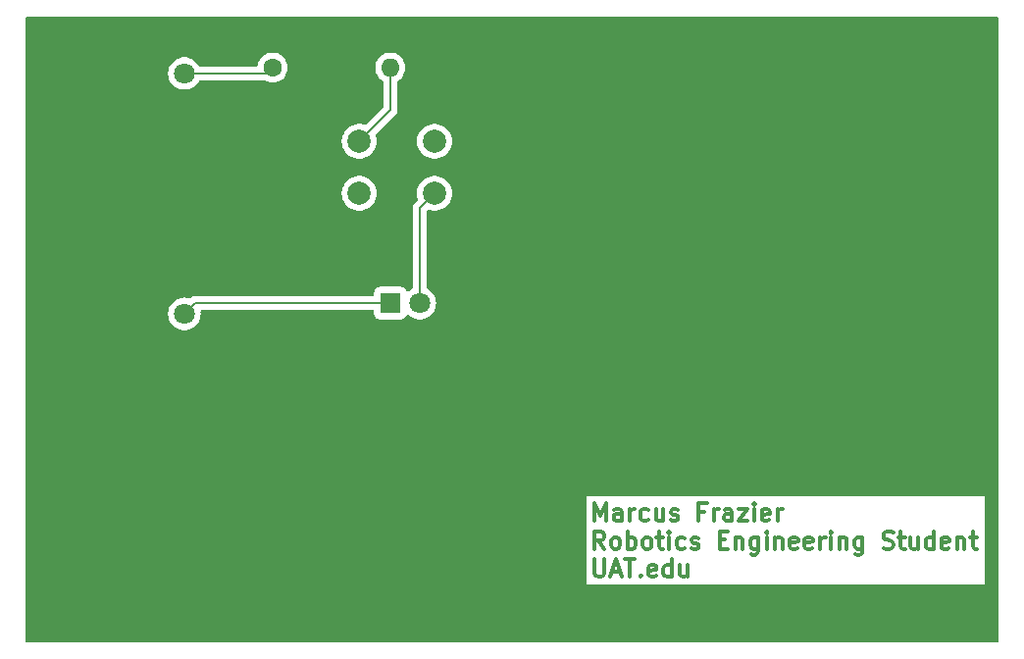
<source format=gbr>
%TF.GenerationSoftware,KiCad,Pcbnew,8.0.1*%
%TF.CreationDate,2025-10-14T16:00:41-07:00*%
%TF.ProjectId,BusinessCardPCB,42757369-6e65-4737-9343-617264504342,rev?*%
%TF.SameCoordinates,Original*%
%TF.FileFunction,Copper,L1,Top*%
%TF.FilePolarity,Positive*%
%FSLAX46Y46*%
G04 Gerber Fmt 4.6, Leading zero omitted, Abs format (unit mm)*
G04 Created by KiCad (PCBNEW 8.0.1) date 2025-10-14 16:00:41*
%MOMM*%
%LPD*%
G01*
G04 APERTURE LIST*
%ADD10C,0.300000*%
%TA.AperFunction,NonConductor*%
%ADD11C,0.300000*%
%TD*%
%TA.AperFunction,ComponentPad*%
%ADD12C,1.600000*%
%TD*%
%TA.AperFunction,ComponentPad*%
%ADD13O,1.600000X1.600000*%
%TD*%
%TA.AperFunction,ComponentPad*%
%ADD14R,1.800000X1.800000*%
%TD*%
%TA.AperFunction,ComponentPad*%
%ADD15C,1.800000*%
%TD*%
%TA.AperFunction,ComponentPad*%
%ADD16C,2.000000*%
%TD*%
%TA.AperFunction,Conductor*%
%ADD17C,0.200000*%
%TD*%
G04 APERTURE END LIST*
D10*
D11*
X99614510Y-94030996D02*
X99614510Y-92530996D01*
X99614510Y-92530996D02*
X100114510Y-93602425D01*
X100114510Y-93602425D02*
X100614510Y-92530996D01*
X100614510Y-92530996D02*
X100614510Y-94030996D01*
X101971654Y-94030996D02*
X101971654Y-93245282D01*
X101971654Y-93245282D02*
X101900225Y-93102425D01*
X101900225Y-93102425D02*
X101757368Y-93030996D01*
X101757368Y-93030996D02*
X101471654Y-93030996D01*
X101471654Y-93030996D02*
X101328796Y-93102425D01*
X101971654Y-93959568D02*
X101828796Y-94030996D01*
X101828796Y-94030996D02*
X101471654Y-94030996D01*
X101471654Y-94030996D02*
X101328796Y-93959568D01*
X101328796Y-93959568D02*
X101257368Y-93816710D01*
X101257368Y-93816710D02*
X101257368Y-93673853D01*
X101257368Y-93673853D02*
X101328796Y-93530996D01*
X101328796Y-93530996D02*
X101471654Y-93459568D01*
X101471654Y-93459568D02*
X101828796Y-93459568D01*
X101828796Y-93459568D02*
X101971654Y-93388139D01*
X102685939Y-94030996D02*
X102685939Y-93030996D01*
X102685939Y-93316710D02*
X102757368Y-93173853D01*
X102757368Y-93173853D02*
X102828797Y-93102425D01*
X102828797Y-93102425D02*
X102971654Y-93030996D01*
X102971654Y-93030996D02*
X103114511Y-93030996D01*
X104257368Y-93959568D02*
X104114510Y-94030996D01*
X104114510Y-94030996D02*
X103828796Y-94030996D01*
X103828796Y-94030996D02*
X103685939Y-93959568D01*
X103685939Y-93959568D02*
X103614510Y-93888139D01*
X103614510Y-93888139D02*
X103543082Y-93745282D01*
X103543082Y-93745282D02*
X103543082Y-93316710D01*
X103543082Y-93316710D02*
X103614510Y-93173853D01*
X103614510Y-93173853D02*
X103685939Y-93102425D01*
X103685939Y-93102425D02*
X103828796Y-93030996D01*
X103828796Y-93030996D02*
X104114510Y-93030996D01*
X104114510Y-93030996D02*
X104257368Y-93102425D01*
X105543082Y-93030996D02*
X105543082Y-94030996D01*
X104900224Y-93030996D02*
X104900224Y-93816710D01*
X104900224Y-93816710D02*
X104971653Y-93959568D01*
X104971653Y-93959568D02*
X105114510Y-94030996D01*
X105114510Y-94030996D02*
X105328796Y-94030996D01*
X105328796Y-94030996D02*
X105471653Y-93959568D01*
X105471653Y-93959568D02*
X105543082Y-93888139D01*
X106185939Y-93959568D02*
X106328796Y-94030996D01*
X106328796Y-94030996D02*
X106614510Y-94030996D01*
X106614510Y-94030996D02*
X106757367Y-93959568D01*
X106757367Y-93959568D02*
X106828796Y-93816710D01*
X106828796Y-93816710D02*
X106828796Y-93745282D01*
X106828796Y-93745282D02*
X106757367Y-93602425D01*
X106757367Y-93602425D02*
X106614510Y-93530996D01*
X106614510Y-93530996D02*
X106400225Y-93530996D01*
X106400225Y-93530996D02*
X106257367Y-93459568D01*
X106257367Y-93459568D02*
X106185939Y-93316710D01*
X106185939Y-93316710D02*
X106185939Y-93245282D01*
X106185939Y-93245282D02*
X106257367Y-93102425D01*
X106257367Y-93102425D02*
X106400225Y-93030996D01*
X106400225Y-93030996D02*
X106614510Y-93030996D01*
X106614510Y-93030996D02*
X106757367Y-93102425D01*
X109114510Y-93245282D02*
X108614510Y-93245282D01*
X108614510Y-94030996D02*
X108614510Y-92530996D01*
X108614510Y-92530996D02*
X109328796Y-92530996D01*
X109900224Y-94030996D02*
X109900224Y-93030996D01*
X109900224Y-93316710D02*
X109971653Y-93173853D01*
X109971653Y-93173853D02*
X110043082Y-93102425D01*
X110043082Y-93102425D02*
X110185939Y-93030996D01*
X110185939Y-93030996D02*
X110328796Y-93030996D01*
X111471653Y-94030996D02*
X111471653Y-93245282D01*
X111471653Y-93245282D02*
X111400224Y-93102425D01*
X111400224Y-93102425D02*
X111257367Y-93030996D01*
X111257367Y-93030996D02*
X110971653Y-93030996D01*
X110971653Y-93030996D02*
X110828795Y-93102425D01*
X111471653Y-93959568D02*
X111328795Y-94030996D01*
X111328795Y-94030996D02*
X110971653Y-94030996D01*
X110971653Y-94030996D02*
X110828795Y-93959568D01*
X110828795Y-93959568D02*
X110757367Y-93816710D01*
X110757367Y-93816710D02*
X110757367Y-93673853D01*
X110757367Y-93673853D02*
X110828795Y-93530996D01*
X110828795Y-93530996D02*
X110971653Y-93459568D01*
X110971653Y-93459568D02*
X111328795Y-93459568D01*
X111328795Y-93459568D02*
X111471653Y-93388139D01*
X112043081Y-93030996D02*
X112828796Y-93030996D01*
X112828796Y-93030996D02*
X112043081Y-94030996D01*
X112043081Y-94030996D02*
X112828796Y-94030996D01*
X113400224Y-94030996D02*
X113400224Y-93030996D01*
X113400224Y-92530996D02*
X113328796Y-92602425D01*
X113328796Y-92602425D02*
X113400224Y-92673853D01*
X113400224Y-92673853D02*
X113471653Y-92602425D01*
X113471653Y-92602425D02*
X113400224Y-92530996D01*
X113400224Y-92530996D02*
X113400224Y-92673853D01*
X114685939Y-93959568D02*
X114543082Y-94030996D01*
X114543082Y-94030996D02*
X114257368Y-94030996D01*
X114257368Y-94030996D02*
X114114510Y-93959568D01*
X114114510Y-93959568D02*
X114043082Y-93816710D01*
X114043082Y-93816710D02*
X114043082Y-93245282D01*
X114043082Y-93245282D02*
X114114510Y-93102425D01*
X114114510Y-93102425D02*
X114257368Y-93030996D01*
X114257368Y-93030996D02*
X114543082Y-93030996D01*
X114543082Y-93030996D02*
X114685939Y-93102425D01*
X114685939Y-93102425D02*
X114757368Y-93245282D01*
X114757368Y-93245282D02*
X114757368Y-93388139D01*
X114757368Y-93388139D02*
X114043082Y-93530996D01*
X115400224Y-94030996D02*
X115400224Y-93030996D01*
X115400224Y-93316710D02*
X115471653Y-93173853D01*
X115471653Y-93173853D02*
X115543082Y-93102425D01*
X115543082Y-93102425D02*
X115685939Y-93030996D01*
X115685939Y-93030996D02*
X115828796Y-93030996D01*
X100471653Y-96445912D02*
X99971653Y-95731626D01*
X99614510Y-96445912D02*
X99614510Y-94945912D01*
X99614510Y-94945912D02*
X100185939Y-94945912D01*
X100185939Y-94945912D02*
X100328796Y-95017341D01*
X100328796Y-95017341D02*
X100400225Y-95088769D01*
X100400225Y-95088769D02*
X100471653Y-95231626D01*
X100471653Y-95231626D02*
X100471653Y-95445912D01*
X100471653Y-95445912D02*
X100400225Y-95588769D01*
X100400225Y-95588769D02*
X100328796Y-95660198D01*
X100328796Y-95660198D02*
X100185939Y-95731626D01*
X100185939Y-95731626D02*
X99614510Y-95731626D01*
X101328796Y-96445912D02*
X101185939Y-96374484D01*
X101185939Y-96374484D02*
X101114510Y-96303055D01*
X101114510Y-96303055D02*
X101043082Y-96160198D01*
X101043082Y-96160198D02*
X101043082Y-95731626D01*
X101043082Y-95731626D02*
X101114510Y-95588769D01*
X101114510Y-95588769D02*
X101185939Y-95517341D01*
X101185939Y-95517341D02*
X101328796Y-95445912D01*
X101328796Y-95445912D02*
X101543082Y-95445912D01*
X101543082Y-95445912D02*
X101685939Y-95517341D01*
X101685939Y-95517341D02*
X101757368Y-95588769D01*
X101757368Y-95588769D02*
X101828796Y-95731626D01*
X101828796Y-95731626D02*
X101828796Y-96160198D01*
X101828796Y-96160198D02*
X101757368Y-96303055D01*
X101757368Y-96303055D02*
X101685939Y-96374484D01*
X101685939Y-96374484D02*
X101543082Y-96445912D01*
X101543082Y-96445912D02*
X101328796Y-96445912D01*
X102471653Y-96445912D02*
X102471653Y-94945912D01*
X102471653Y-95517341D02*
X102614511Y-95445912D01*
X102614511Y-95445912D02*
X102900225Y-95445912D01*
X102900225Y-95445912D02*
X103043082Y-95517341D01*
X103043082Y-95517341D02*
X103114511Y-95588769D01*
X103114511Y-95588769D02*
X103185939Y-95731626D01*
X103185939Y-95731626D02*
X103185939Y-96160198D01*
X103185939Y-96160198D02*
X103114511Y-96303055D01*
X103114511Y-96303055D02*
X103043082Y-96374484D01*
X103043082Y-96374484D02*
X102900225Y-96445912D01*
X102900225Y-96445912D02*
X102614511Y-96445912D01*
X102614511Y-96445912D02*
X102471653Y-96374484D01*
X104043082Y-96445912D02*
X103900225Y-96374484D01*
X103900225Y-96374484D02*
X103828796Y-96303055D01*
X103828796Y-96303055D02*
X103757368Y-96160198D01*
X103757368Y-96160198D02*
X103757368Y-95731626D01*
X103757368Y-95731626D02*
X103828796Y-95588769D01*
X103828796Y-95588769D02*
X103900225Y-95517341D01*
X103900225Y-95517341D02*
X104043082Y-95445912D01*
X104043082Y-95445912D02*
X104257368Y-95445912D01*
X104257368Y-95445912D02*
X104400225Y-95517341D01*
X104400225Y-95517341D02*
X104471654Y-95588769D01*
X104471654Y-95588769D02*
X104543082Y-95731626D01*
X104543082Y-95731626D02*
X104543082Y-96160198D01*
X104543082Y-96160198D02*
X104471654Y-96303055D01*
X104471654Y-96303055D02*
X104400225Y-96374484D01*
X104400225Y-96374484D02*
X104257368Y-96445912D01*
X104257368Y-96445912D02*
X104043082Y-96445912D01*
X104971654Y-95445912D02*
X105543082Y-95445912D01*
X105185939Y-94945912D02*
X105185939Y-96231626D01*
X105185939Y-96231626D02*
X105257368Y-96374484D01*
X105257368Y-96374484D02*
X105400225Y-96445912D01*
X105400225Y-96445912D02*
X105543082Y-96445912D01*
X106043082Y-96445912D02*
X106043082Y-95445912D01*
X106043082Y-94945912D02*
X105971654Y-95017341D01*
X105971654Y-95017341D02*
X106043082Y-95088769D01*
X106043082Y-95088769D02*
X106114511Y-95017341D01*
X106114511Y-95017341D02*
X106043082Y-94945912D01*
X106043082Y-94945912D02*
X106043082Y-95088769D01*
X107400226Y-96374484D02*
X107257368Y-96445912D01*
X107257368Y-96445912D02*
X106971654Y-96445912D01*
X106971654Y-96445912D02*
X106828797Y-96374484D01*
X106828797Y-96374484D02*
X106757368Y-96303055D01*
X106757368Y-96303055D02*
X106685940Y-96160198D01*
X106685940Y-96160198D02*
X106685940Y-95731626D01*
X106685940Y-95731626D02*
X106757368Y-95588769D01*
X106757368Y-95588769D02*
X106828797Y-95517341D01*
X106828797Y-95517341D02*
X106971654Y-95445912D01*
X106971654Y-95445912D02*
X107257368Y-95445912D01*
X107257368Y-95445912D02*
X107400226Y-95517341D01*
X107971654Y-96374484D02*
X108114511Y-96445912D01*
X108114511Y-96445912D02*
X108400225Y-96445912D01*
X108400225Y-96445912D02*
X108543082Y-96374484D01*
X108543082Y-96374484D02*
X108614511Y-96231626D01*
X108614511Y-96231626D02*
X108614511Y-96160198D01*
X108614511Y-96160198D02*
X108543082Y-96017341D01*
X108543082Y-96017341D02*
X108400225Y-95945912D01*
X108400225Y-95945912D02*
X108185940Y-95945912D01*
X108185940Y-95945912D02*
X108043082Y-95874484D01*
X108043082Y-95874484D02*
X107971654Y-95731626D01*
X107971654Y-95731626D02*
X107971654Y-95660198D01*
X107971654Y-95660198D02*
X108043082Y-95517341D01*
X108043082Y-95517341D02*
X108185940Y-95445912D01*
X108185940Y-95445912D02*
X108400225Y-95445912D01*
X108400225Y-95445912D02*
X108543082Y-95517341D01*
X110400225Y-95660198D02*
X110900225Y-95660198D01*
X111114511Y-96445912D02*
X110400225Y-96445912D01*
X110400225Y-96445912D02*
X110400225Y-94945912D01*
X110400225Y-94945912D02*
X111114511Y-94945912D01*
X111757368Y-95445912D02*
X111757368Y-96445912D01*
X111757368Y-95588769D02*
X111828797Y-95517341D01*
X111828797Y-95517341D02*
X111971654Y-95445912D01*
X111971654Y-95445912D02*
X112185940Y-95445912D01*
X112185940Y-95445912D02*
X112328797Y-95517341D01*
X112328797Y-95517341D02*
X112400226Y-95660198D01*
X112400226Y-95660198D02*
X112400226Y-96445912D01*
X113757369Y-95445912D02*
X113757369Y-96660198D01*
X113757369Y-96660198D02*
X113685940Y-96803055D01*
X113685940Y-96803055D02*
X113614511Y-96874484D01*
X113614511Y-96874484D02*
X113471654Y-96945912D01*
X113471654Y-96945912D02*
X113257369Y-96945912D01*
X113257369Y-96945912D02*
X113114511Y-96874484D01*
X113757369Y-96374484D02*
X113614511Y-96445912D01*
X113614511Y-96445912D02*
X113328797Y-96445912D01*
X113328797Y-96445912D02*
X113185940Y-96374484D01*
X113185940Y-96374484D02*
X113114511Y-96303055D01*
X113114511Y-96303055D02*
X113043083Y-96160198D01*
X113043083Y-96160198D02*
X113043083Y-95731626D01*
X113043083Y-95731626D02*
X113114511Y-95588769D01*
X113114511Y-95588769D02*
X113185940Y-95517341D01*
X113185940Y-95517341D02*
X113328797Y-95445912D01*
X113328797Y-95445912D02*
X113614511Y-95445912D01*
X113614511Y-95445912D02*
X113757369Y-95517341D01*
X114471654Y-96445912D02*
X114471654Y-95445912D01*
X114471654Y-94945912D02*
X114400226Y-95017341D01*
X114400226Y-95017341D02*
X114471654Y-95088769D01*
X114471654Y-95088769D02*
X114543083Y-95017341D01*
X114543083Y-95017341D02*
X114471654Y-94945912D01*
X114471654Y-94945912D02*
X114471654Y-95088769D01*
X115185940Y-95445912D02*
X115185940Y-96445912D01*
X115185940Y-95588769D02*
X115257369Y-95517341D01*
X115257369Y-95517341D02*
X115400226Y-95445912D01*
X115400226Y-95445912D02*
X115614512Y-95445912D01*
X115614512Y-95445912D02*
X115757369Y-95517341D01*
X115757369Y-95517341D02*
X115828798Y-95660198D01*
X115828798Y-95660198D02*
X115828798Y-96445912D01*
X117114512Y-96374484D02*
X116971655Y-96445912D01*
X116971655Y-96445912D02*
X116685941Y-96445912D01*
X116685941Y-96445912D02*
X116543083Y-96374484D01*
X116543083Y-96374484D02*
X116471655Y-96231626D01*
X116471655Y-96231626D02*
X116471655Y-95660198D01*
X116471655Y-95660198D02*
X116543083Y-95517341D01*
X116543083Y-95517341D02*
X116685941Y-95445912D01*
X116685941Y-95445912D02*
X116971655Y-95445912D01*
X116971655Y-95445912D02*
X117114512Y-95517341D01*
X117114512Y-95517341D02*
X117185941Y-95660198D01*
X117185941Y-95660198D02*
X117185941Y-95803055D01*
X117185941Y-95803055D02*
X116471655Y-95945912D01*
X118400226Y-96374484D02*
X118257369Y-96445912D01*
X118257369Y-96445912D02*
X117971655Y-96445912D01*
X117971655Y-96445912D02*
X117828797Y-96374484D01*
X117828797Y-96374484D02*
X117757369Y-96231626D01*
X117757369Y-96231626D02*
X117757369Y-95660198D01*
X117757369Y-95660198D02*
X117828797Y-95517341D01*
X117828797Y-95517341D02*
X117971655Y-95445912D01*
X117971655Y-95445912D02*
X118257369Y-95445912D01*
X118257369Y-95445912D02*
X118400226Y-95517341D01*
X118400226Y-95517341D02*
X118471655Y-95660198D01*
X118471655Y-95660198D02*
X118471655Y-95803055D01*
X118471655Y-95803055D02*
X117757369Y-95945912D01*
X119114511Y-96445912D02*
X119114511Y-95445912D01*
X119114511Y-95731626D02*
X119185940Y-95588769D01*
X119185940Y-95588769D02*
X119257369Y-95517341D01*
X119257369Y-95517341D02*
X119400226Y-95445912D01*
X119400226Y-95445912D02*
X119543083Y-95445912D01*
X120043082Y-96445912D02*
X120043082Y-95445912D01*
X120043082Y-94945912D02*
X119971654Y-95017341D01*
X119971654Y-95017341D02*
X120043082Y-95088769D01*
X120043082Y-95088769D02*
X120114511Y-95017341D01*
X120114511Y-95017341D02*
X120043082Y-94945912D01*
X120043082Y-94945912D02*
X120043082Y-95088769D01*
X120757368Y-95445912D02*
X120757368Y-96445912D01*
X120757368Y-95588769D02*
X120828797Y-95517341D01*
X120828797Y-95517341D02*
X120971654Y-95445912D01*
X120971654Y-95445912D02*
X121185940Y-95445912D01*
X121185940Y-95445912D02*
X121328797Y-95517341D01*
X121328797Y-95517341D02*
X121400226Y-95660198D01*
X121400226Y-95660198D02*
X121400226Y-96445912D01*
X122757369Y-95445912D02*
X122757369Y-96660198D01*
X122757369Y-96660198D02*
X122685940Y-96803055D01*
X122685940Y-96803055D02*
X122614511Y-96874484D01*
X122614511Y-96874484D02*
X122471654Y-96945912D01*
X122471654Y-96945912D02*
X122257369Y-96945912D01*
X122257369Y-96945912D02*
X122114511Y-96874484D01*
X122757369Y-96374484D02*
X122614511Y-96445912D01*
X122614511Y-96445912D02*
X122328797Y-96445912D01*
X122328797Y-96445912D02*
X122185940Y-96374484D01*
X122185940Y-96374484D02*
X122114511Y-96303055D01*
X122114511Y-96303055D02*
X122043083Y-96160198D01*
X122043083Y-96160198D02*
X122043083Y-95731626D01*
X122043083Y-95731626D02*
X122114511Y-95588769D01*
X122114511Y-95588769D02*
X122185940Y-95517341D01*
X122185940Y-95517341D02*
X122328797Y-95445912D01*
X122328797Y-95445912D02*
X122614511Y-95445912D01*
X122614511Y-95445912D02*
X122757369Y-95517341D01*
X124543083Y-96374484D02*
X124757369Y-96445912D01*
X124757369Y-96445912D02*
X125114511Y-96445912D01*
X125114511Y-96445912D02*
X125257369Y-96374484D01*
X125257369Y-96374484D02*
X125328797Y-96303055D01*
X125328797Y-96303055D02*
X125400226Y-96160198D01*
X125400226Y-96160198D02*
X125400226Y-96017341D01*
X125400226Y-96017341D02*
X125328797Y-95874484D01*
X125328797Y-95874484D02*
X125257369Y-95803055D01*
X125257369Y-95803055D02*
X125114511Y-95731626D01*
X125114511Y-95731626D02*
X124828797Y-95660198D01*
X124828797Y-95660198D02*
X124685940Y-95588769D01*
X124685940Y-95588769D02*
X124614511Y-95517341D01*
X124614511Y-95517341D02*
X124543083Y-95374484D01*
X124543083Y-95374484D02*
X124543083Y-95231626D01*
X124543083Y-95231626D02*
X124614511Y-95088769D01*
X124614511Y-95088769D02*
X124685940Y-95017341D01*
X124685940Y-95017341D02*
X124828797Y-94945912D01*
X124828797Y-94945912D02*
X125185940Y-94945912D01*
X125185940Y-94945912D02*
X125400226Y-95017341D01*
X125828797Y-95445912D02*
X126400225Y-95445912D01*
X126043082Y-94945912D02*
X126043082Y-96231626D01*
X126043082Y-96231626D02*
X126114511Y-96374484D01*
X126114511Y-96374484D02*
X126257368Y-96445912D01*
X126257368Y-96445912D02*
X126400225Y-96445912D01*
X127543083Y-95445912D02*
X127543083Y-96445912D01*
X126900225Y-95445912D02*
X126900225Y-96231626D01*
X126900225Y-96231626D02*
X126971654Y-96374484D01*
X126971654Y-96374484D02*
X127114511Y-96445912D01*
X127114511Y-96445912D02*
X127328797Y-96445912D01*
X127328797Y-96445912D02*
X127471654Y-96374484D01*
X127471654Y-96374484D02*
X127543083Y-96303055D01*
X128900226Y-96445912D02*
X128900226Y-94945912D01*
X128900226Y-96374484D02*
X128757368Y-96445912D01*
X128757368Y-96445912D02*
X128471654Y-96445912D01*
X128471654Y-96445912D02*
X128328797Y-96374484D01*
X128328797Y-96374484D02*
X128257368Y-96303055D01*
X128257368Y-96303055D02*
X128185940Y-96160198D01*
X128185940Y-96160198D02*
X128185940Y-95731626D01*
X128185940Y-95731626D02*
X128257368Y-95588769D01*
X128257368Y-95588769D02*
X128328797Y-95517341D01*
X128328797Y-95517341D02*
X128471654Y-95445912D01*
X128471654Y-95445912D02*
X128757368Y-95445912D01*
X128757368Y-95445912D02*
X128900226Y-95517341D01*
X130185940Y-96374484D02*
X130043083Y-96445912D01*
X130043083Y-96445912D02*
X129757369Y-96445912D01*
X129757369Y-96445912D02*
X129614511Y-96374484D01*
X129614511Y-96374484D02*
X129543083Y-96231626D01*
X129543083Y-96231626D02*
X129543083Y-95660198D01*
X129543083Y-95660198D02*
X129614511Y-95517341D01*
X129614511Y-95517341D02*
X129757369Y-95445912D01*
X129757369Y-95445912D02*
X130043083Y-95445912D01*
X130043083Y-95445912D02*
X130185940Y-95517341D01*
X130185940Y-95517341D02*
X130257369Y-95660198D01*
X130257369Y-95660198D02*
X130257369Y-95803055D01*
X130257369Y-95803055D02*
X129543083Y-95945912D01*
X130900225Y-95445912D02*
X130900225Y-96445912D01*
X130900225Y-95588769D02*
X130971654Y-95517341D01*
X130971654Y-95517341D02*
X131114511Y-95445912D01*
X131114511Y-95445912D02*
X131328797Y-95445912D01*
X131328797Y-95445912D02*
X131471654Y-95517341D01*
X131471654Y-95517341D02*
X131543083Y-95660198D01*
X131543083Y-95660198D02*
X131543083Y-96445912D01*
X132043083Y-95445912D02*
X132614511Y-95445912D01*
X132257368Y-94945912D02*
X132257368Y-96231626D01*
X132257368Y-96231626D02*
X132328797Y-96374484D01*
X132328797Y-96374484D02*
X132471654Y-96445912D01*
X132471654Y-96445912D02*
X132614511Y-96445912D01*
X99614510Y-97360828D02*
X99614510Y-98575114D01*
X99614510Y-98575114D02*
X99685939Y-98717971D01*
X99685939Y-98717971D02*
X99757368Y-98789400D01*
X99757368Y-98789400D02*
X99900225Y-98860828D01*
X99900225Y-98860828D02*
X100185939Y-98860828D01*
X100185939Y-98860828D02*
X100328796Y-98789400D01*
X100328796Y-98789400D02*
X100400225Y-98717971D01*
X100400225Y-98717971D02*
X100471653Y-98575114D01*
X100471653Y-98575114D02*
X100471653Y-97360828D01*
X101114511Y-98432257D02*
X101828797Y-98432257D01*
X100971654Y-98860828D02*
X101471654Y-97360828D01*
X101471654Y-97360828D02*
X101971654Y-98860828D01*
X102257368Y-97360828D02*
X103114511Y-97360828D01*
X102685939Y-98860828D02*
X102685939Y-97360828D01*
X103614510Y-98717971D02*
X103685939Y-98789400D01*
X103685939Y-98789400D02*
X103614510Y-98860828D01*
X103614510Y-98860828D02*
X103543082Y-98789400D01*
X103543082Y-98789400D02*
X103614510Y-98717971D01*
X103614510Y-98717971D02*
X103614510Y-98860828D01*
X104900225Y-98789400D02*
X104757368Y-98860828D01*
X104757368Y-98860828D02*
X104471654Y-98860828D01*
X104471654Y-98860828D02*
X104328796Y-98789400D01*
X104328796Y-98789400D02*
X104257368Y-98646542D01*
X104257368Y-98646542D02*
X104257368Y-98075114D01*
X104257368Y-98075114D02*
X104328796Y-97932257D01*
X104328796Y-97932257D02*
X104471654Y-97860828D01*
X104471654Y-97860828D02*
X104757368Y-97860828D01*
X104757368Y-97860828D02*
X104900225Y-97932257D01*
X104900225Y-97932257D02*
X104971654Y-98075114D01*
X104971654Y-98075114D02*
X104971654Y-98217971D01*
X104971654Y-98217971D02*
X104257368Y-98360828D01*
X106257368Y-98860828D02*
X106257368Y-97360828D01*
X106257368Y-98789400D02*
X106114510Y-98860828D01*
X106114510Y-98860828D02*
X105828796Y-98860828D01*
X105828796Y-98860828D02*
X105685939Y-98789400D01*
X105685939Y-98789400D02*
X105614510Y-98717971D01*
X105614510Y-98717971D02*
X105543082Y-98575114D01*
X105543082Y-98575114D02*
X105543082Y-98146542D01*
X105543082Y-98146542D02*
X105614510Y-98003685D01*
X105614510Y-98003685D02*
X105685939Y-97932257D01*
X105685939Y-97932257D02*
X105828796Y-97860828D01*
X105828796Y-97860828D02*
X106114510Y-97860828D01*
X106114510Y-97860828D02*
X106257368Y-97932257D01*
X107614511Y-97860828D02*
X107614511Y-98860828D01*
X106971653Y-97860828D02*
X106971653Y-98646542D01*
X106971653Y-98646542D02*
X107043082Y-98789400D01*
X107043082Y-98789400D02*
X107185939Y-98860828D01*
X107185939Y-98860828D02*
X107400225Y-98860828D01*
X107400225Y-98860828D02*
X107543082Y-98789400D01*
X107543082Y-98789400D02*
X107614511Y-98717971D01*
D12*
%TO.P,R1,1*%
%TO.N,Net-(BT1-+)*%
X71830000Y-54900000D03*
D13*
%TO.P,R1,2*%
%TO.N,Net-(R1-Pad2)*%
X81990000Y-54900000D03*
%TD*%
D14*
%TO.P,D1,1,K*%
%TO.N,Net-(BT1--)*%
X81990000Y-75220000D03*
D15*
%TO.P,D1,2,A*%
%TO.N,Net-(D1-A)*%
X84530000Y-75220000D03*
%TD*%
%TO.P,BT1,1,+*%
%TO.N,Net-(BT1-+)*%
X64210000Y-55400000D03*
%TO.P,BT1,2,-*%
%TO.N,Net-(BT1--)*%
X64210000Y-76150000D03*
%TD*%
D16*
%TO.P,SW1,1,1*%
%TO.N,Net-(R1-Pad2)*%
X79300000Y-61250000D03*
X85800000Y-61250000D03*
%TO.P,SW1,2,2*%
%TO.N,Net-(D1-A)*%
X79300000Y-65750000D03*
X85800000Y-65750000D03*
%TD*%
D17*
%TO.N,Net-(BT1-+)*%
X64210000Y-55400000D02*
X71330000Y-55400000D01*
X71330000Y-55400000D02*
X71830000Y-54900000D01*
%TO.N,Net-(BT1--)*%
X65140000Y-75220000D02*
X64210000Y-76150000D01*
X81990000Y-75220000D02*
X65140000Y-75220000D01*
%TO.N,Net-(D1-A)*%
X84530000Y-67020000D02*
X85800000Y-65750000D01*
X84530000Y-75220000D02*
X84530000Y-67020000D01*
%TO.N,Net-(R1-Pad2)*%
X81990000Y-58560000D02*
X79300000Y-61250000D01*
X81990000Y-54900000D02*
X81990000Y-58560000D01*
%TD*%
%TA.AperFunction,NonConductor*%
G36*
X134442539Y-50520185D02*
G01*
X134488294Y-50572989D01*
X134499500Y-50624500D01*
X134499500Y-104375500D01*
X134479815Y-104442539D01*
X134427011Y-104488294D01*
X134375500Y-104499500D01*
X50624500Y-104499500D01*
X50557461Y-104479815D01*
X50511706Y-104427011D01*
X50500500Y-104375500D01*
X50500500Y-91874335D01*
X98957285Y-91874335D01*
X98957285Y-99518053D01*
X133270011Y-99518053D01*
X133270011Y-91874335D01*
X98957285Y-91874335D01*
X50500500Y-91874335D01*
X50500500Y-76150006D01*
X62804700Y-76150006D01*
X62823864Y-76381297D01*
X62823866Y-76381308D01*
X62880842Y-76606300D01*
X62974075Y-76818848D01*
X63101016Y-77013147D01*
X63101019Y-77013151D01*
X63101021Y-77013153D01*
X63258216Y-77183913D01*
X63258219Y-77183915D01*
X63258222Y-77183918D01*
X63441365Y-77326464D01*
X63441371Y-77326468D01*
X63441374Y-77326470D01*
X63645497Y-77436936D01*
X63759487Y-77476068D01*
X63865015Y-77512297D01*
X63865017Y-77512297D01*
X63865019Y-77512298D01*
X64093951Y-77550500D01*
X64093952Y-77550500D01*
X64326048Y-77550500D01*
X64326049Y-77550500D01*
X64554981Y-77512298D01*
X64774503Y-77436936D01*
X64978626Y-77326470D01*
X65161784Y-77183913D01*
X65318979Y-77013153D01*
X65445924Y-76818849D01*
X65539157Y-76606300D01*
X65596134Y-76381305D01*
X65597706Y-76362335D01*
X65615300Y-76150006D01*
X65615300Y-76149994D01*
X65599121Y-75954740D01*
X65613202Y-75886304D01*
X65662047Y-75836345D01*
X65722697Y-75820500D01*
X80465501Y-75820500D01*
X80532540Y-75840185D01*
X80578295Y-75892989D01*
X80589501Y-75944500D01*
X80589501Y-76167876D01*
X80595908Y-76227483D01*
X80646202Y-76362328D01*
X80646206Y-76362335D01*
X80732452Y-76477544D01*
X80732455Y-76477547D01*
X80847664Y-76563793D01*
X80847671Y-76563797D01*
X80982517Y-76614091D01*
X80982516Y-76614091D01*
X80989444Y-76614835D01*
X81042127Y-76620500D01*
X82937872Y-76620499D01*
X82997483Y-76614091D01*
X83132331Y-76563796D01*
X83247546Y-76477546D01*
X83333796Y-76362331D01*
X83362455Y-76285493D01*
X83404326Y-76229559D01*
X83469790Y-76205141D01*
X83538063Y-76219992D01*
X83569866Y-76244843D01*
X83577302Y-76252920D01*
X83578215Y-76253912D01*
X83578222Y-76253918D01*
X83761365Y-76396464D01*
X83761371Y-76396468D01*
X83761374Y-76396470D01*
X83965497Y-76506936D01*
X84079487Y-76546068D01*
X84185015Y-76582297D01*
X84185017Y-76582297D01*
X84185019Y-76582298D01*
X84413951Y-76620500D01*
X84413952Y-76620500D01*
X84646048Y-76620500D01*
X84646049Y-76620500D01*
X84874981Y-76582298D01*
X85094503Y-76506936D01*
X85298626Y-76396470D01*
X85318121Y-76381297D01*
X85360129Y-76348600D01*
X85481784Y-76253913D01*
X85638979Y-76083153D01*
X85765924Y-75888849D01*
X85859157Y-75676300D01*
X85916134Y-75451305D01*
X85935300Y-75220000D01*
X85935300Y-75219993D01*
X85916135Y-74988702D01*
X85916133Y-74988691D01*
X85859157Y-74763699D01*
X85765924Y-74551151D01*
X85638983Y-74356852D01*
X85638980Y-74356849D01*
X85638979Y-74356847D01*
X85481784Y-74186087D01*
X85481779Y-74186083D01*
X85481777Y-74186081D01*
X85298634Y-74043535D01*
X85298623Y-74043528D01*
X85195481Y-73987709D01*
X85145891Y-73938489D01*
X85130500Y-73878655D01*
X85130500Y-67320097D01*
X85150185Y-67253058D01*
X85166819Y-67232416D01*
X85196451Y-67202784D01*
X85257774Y-67169299D01*
X85324396Y-67173184D01*
X85430385Y-67209571D01*
X85675665Y-67250500D01*
X85924335Y-67250500D01*
X86169614Y-67209571D01*
X86404810Y-67128828D01*
X86623509Y-67010474D01*
X86819744Y-66857738D01*
X86988164Y-66674785D01*
X87124173Y-66466607D01*
X87224063Y-66238881D01*
X87285108Y-65997821D01*
X87305643Y-65750000D01*
X87285108Y-65502179D01*
X87224063Y-65261119D01*
X87124173Y-65033393D01*
X86988166Y-64825217D01*
X86966557Y-64801744D01*
X86819744Y-64642262D01*
X86623509Y-64489526D01*
X86623507Y-64489525D01*
X86623506Y-64489524D01*
X86404811Y-64371172D01*
X86404802Y-64371169D01*
X86169616Y-64290429D01*
X85924335Y-64249500D01*
X85675665Y-64249500D01*
X85430383Y-64290429D01*
X85195197Y-64371169D01*
X85195188Y-64371172D01*
X84976493Y-64489524D01*
X84780257Y-64642261D01*
X84611833Y-64825217D01*
X84475826Y-65033393D01*
X84375936Y-65261118D01*
X84314892Y-65502175D01*
X84314890Y-65502187D01*
X84294357Y-65749994D01*
X84294357Y-65750005D01*
X84314890Y-65997812D01*
X84314892Y-65997824D01*
X84376007Y-66239160D01*
X84373382Y-66308980D01*
X84343482Y-66357281D01*
X84161286Y-66539478D01*
X84049481Y-66651282D01*
X84049477Y-66651287D01*
X84035912Y-66674785D01*
X84032358Y-66680941D01*
X83970423Y-66788215D01*
X83929499Y-66940943D01*
X83929499Y-66940945D01*
X83929499Y-67109046D01*
X83929500Y-67109059D01*
X83929500Y-73878655D01*
X83909815Y-73945694D01*
X83864519Y-73987709D01*
X83761376Y-74043528D01*
X83761365Y-74043535D01*
X83578222Y-74186081D01*
X83578218Y-74186085D01*
X83569866Y-74195158D01*
X83509979Y-74231148D01*
X83440141Y-74229047D01*
X83382525Y-74189522D01*
X83362455Y-74154507D01*
X83333797Y-74077671D01*
X83333793Y-74077664D01*
X83247547Y-73962455D01*
X83247544Y-73962452D01*
X83132335Y-73876206D01*
X83132328Y-73876202D01*
X82997482Y-73825908D01*
X82997483Y-73825908D01*
X82937883Y-73819501D01*
X82937881Y-73819500D01*
X82937873Y-73819500D01*
X82937864Y-73819500D01*
X81042129Y-73819500D01*
X81042123Y-73819501D01*
X80982516Y-73825908D01*
X80847671Y-73876202D01*
X80847664Y-73876206D01*
X80732455Y-73962452D01*
X80732452Y-73962455D01*
X80646206Y-74077664D01*
X80646202Y-74077671D01*
X80595908Y-74212517D01*
X80589501Y-74272116D01*
X80589500Y-74272135D01*
X80589500Y-74495500D01*
X80569815Y-74562539D01*
X80517011Y-74608294D01*
X80465500Y-74619500D01*
X65226670Y-74619500D01*
X65226654Y-74619499D01*
X65219058Y-74619499D01*
X65060943Y-74619499D01*
X64984579Y-74639961D01*
X64908214Y-74660423D01*
X64908209Y-74660426D01*
X64771283Y-74739479D01*
X64771282Y-74739479D01*
X64734836Y-74775925D01*
X64673512Y-74809409D01*
X64606894Y-74805523D01*
X64554984Y-74787702D01*
X64383282Y-74759050D01*
X64326049Y-74749500D01*
X64093951Y-74749500D01*
X64048164Y-74757140D01*
X63865015Y-74787702D01*
X63645504Y-74863061D01*
X63645495Y-74863064D01*
X63441371Y-74973531D01*
X63441365Y-74973535D01*
X63258222Y-75116081D01*
X63258219Y-75116084D01*
X63101016Y-75286852D01*
X62974075Y-75481151D01*
X62880842Y-75693699D01*
X62823866Y-75918691D01*
X62823864Y-75918702D01*
X62804700Y-76149993D01*
X62804700Y-76150006D01*
X50500500Y-76150006D01*
X50500500Y-65750005D01*
X77794357Y-65750005D01*
X77814890Y-65997812D01*
X77814892Y-65997824D01*
X77875936Y-66238881D01*
X77975826Y-66466606D01*
X78111833Y-66674782D01*
X78111836Y-66674785D01*
X78280256Y-66857738D01*
X78476491Y-67010474D01*
X78476493Y-67010475D01*
X78640183Y-67099060D01*
X78695190Y-67128828D01*
X78930386Y-67209571D01*
X79175665Y-67250500D01*
X79424335Y-67250500D01*
X79669614Y-67209571D01*
X79904810Y-67128828D01*
X80123509Y-67010474D01*
X80319744Y-66857738D01*
X80488164Y-66674785D01*
X80624173Y-66466607D01*
X80724063Y-66238881D01*
X80785108Y-65997821D01*
X80805643Y-65750000D01*
X80785108Y-65502179D01*
X80724063Y-65261119D01*
X80624173Y-65033393D01*
X80488166Y-64825217D01*
X80466557Y-64801744D01*
X80319744Y-64642262D01*
X80123509Y-64489526D01*
X80123507Y-64489525D01*
X80123506Y-64489524D01*
X79904811Y-64371172D01*
X79904802Y-64371169D01*
X79669616Y-64290429D01*
X79424335Y-64249500D01*
X79175665Y-64249500D01*
X78930383Y-64290429D01*
X78695197Y-64371169D01*
X78695188Y-64371172D01*
X78476493Y-64489524D01*
X78280257Y-64642261D01*
X78111833Y-64825217D01*
X77975826Y-65033393D01*
X77875936Y-65261118D01*
X77814892Y-65502175D01*
X77814890Y-65502187D01*
X77794357Y-65749994D01*
X77794357Y-65750005D01*
X50500500Y-65750005D01*
X50500500Y-61250005D01*
X77794357Y-61250005D01*
X77814890Y-61497812D01*
X77814892Y-61497824D01*
X77875936Y-61738881D01*
X77975826Y-61966606D01*
X78111833Y-62174782D01*
X78111836Y-62174785D01*
X78280256Y-62357738D01*
X78476491Y-62510474D01*
X78695190Y-62628828D01*
X78930386Y-62709571D01*
X79175665Y-62750500D01*
X79424335Y-62750500D01*
X79669614Y-62709571D01*
X79904810Y-62628828D01*
X80123509Y-62510474D01*
X80319744Y-62357738D01*
X80488164Y-62174785D01*
X80624173Y-61966607D01*
X80724063Y-61738881D01*
X80785108Y-61497821D01*
X80805643Y-61250005D01*
X84294357Y-61250005D01*
X84314890Y-61497812D01*
X84314892Y-61497824D01*
X84375936Y-61738881D01*
X84475826Y-61966606D01*
X84611833Y-62174782D01*
X84611836Y-62174785D01*
X84780256Y-62357738D01*
X84976491Y-62510474D01*
X85195190Y-62628828D01*
X85430386Y-62709571D01*
X85675665Y-62750500D01*
X85924335Y-62750500D01*
X86169614Y-62709571D01*
X86404810Y-62628828D01*
X86623509Y-62510474D01*
X86819744Y-62357738D01*
X86988164Y-62174785D01*
X87124173Y-61966607D01*
X87224063Y-61738881D01*
X87285108Y-61497821D01*
X87305643Y-61250000D01*
X87285108Y-61002179D01*
X87224063Y-60761119D01*
X87223940Y-60760839D01*
X87124173Y-60533393D01*
X86988166Y-60325217D01*
X86966557Y-60301744D01*
X86819744Y-60142262D01*
X86623509Y-59989526D01*
X86623507Y-59989525D01*
X86623506Y-59989524D01*
X86404811Y-59871172D01*
X86404802Y-59871169D01*
X86169616Y-59790429D01*
X85924335Y-59749500D01*
X85675665Y-59749500D01*
X85430383Y-59790429D01*
X85195197Y-59871169D01*
X85195188Y-59871172D01*
X84976493Y-59989524D01*
X84780257Y-60142261D01*
X84611833Y-60325217D01*
X84475826Y-60533393D01*
X84375936Y-60761118D01*
X84314892Y-61002175D01*
X84314890Y-61002187D01*
X84294357Y-61249994D01*
X84294357Y-61250005D01*
X80805643Y-61250005D01*
X80805643Y-61250000D01*
X80785108Y-61002179D01*
X80724063Y-60761119D01*
X80724062Y-60761118D01*
X80723992Y-60760839D01*
X80726616Y-60691018D01*
X80756514Y-60642719D01*
X82348506Y-59050728D01*
X82348511Y-59050724D01*
X82358714Y-59040520D01*
X82358716Y-59040520D01*
X82470520Y-58928716D01*
X82549577Y-58791784D01*
X82590500Y-58639057D01*
X82590500Y-56131692D01*
X82610185Y-56064653D01*
X82643374Y-56030119D01*
X82829139Y-55900047D01*
X82990047Y-55739139D01*
X83120568Y-55552734D01*
X83216739Y-55346496D01*
X83275635Y-55126692D01*
X83295468Y-54900000D01*
X83275635Y-54673308D01*
X83216739Y-54453504D01*
X83120568Y-54247266D01*
X82990047Y-54060861D01*
X82990045Y-54060858D01*
X82829141Y-53899954D01*
X82642734Y-53769432D01*
X82642732Y-53769431D01*
X82436497Y-53673261D01*
X82436488Y-53673258D01*
X82216697Y-53614366D01*
X82216693Y-53614365D01*
X82216692Y-53614365D01*
X82216691Y-53614364D01*
X82216686Y-53614364D01*
X81990002Y-53594532D01*
X81989998Y-53594532D01*
X81763313Y-53614364D01*
X81763302Y-53614366D01*
X81543511Y-53673258D01*
X81543502Y-53673261D01*
X81337267Y-53769431D01*
X81337265Y-53769432D01*
X81150858Y-53899954D01*
X80989954Y-54060858D01*
X80859432Y-54247265D01*
X80859431Y-54247267D01*
X80763261Y-54453502D01*
X80763258Y-54453511D01*
X80704366Y-54673302D01*
X80704364Y-54673313D01*
X80684532Y-54899998D01*
X80684532Y-54900001D01*
X80704364Y-55126686D01*
X80704366Y-55126697D01*
X80763258Y-55346488D01*
X80763261Y-55346497D01*
X80859431Y-55552732D01*
X80859432Y-55552734D01*
X80989954Y-55739141D01*
X81150858Y-55900045D01*
X81150861Y-55900047D01*
X81336624Y-56030118D01*
X81380248Y-56084693D01*
X81389500Y-56131692D01*
X81389500Y-58259902D01*
X81369815Y-58326941D01*
X81353181Y-58347583D01*
X79903548Y-59797215D01*
X79842225Y-59830700D01*
X79775604Y-59826815D01*
X79669616Y-59790429D01*
X79424335Y-59749500D01*
X79175665Y-59749500D01*
X78930383Y-59790429D01*
X78695197Y-59871169D01*
X78695188Y-59871172D01*
X78476493Y-59989524D01*
X78280257Y-60142261D01*
X78111833Y-60325217D01*
X77975826Y-60533393D01*
X77875936Y-60761118D01*
X77814892Y-61002175D01*
X77814890Y-61002187D01*
X77794357Y-61249994D01*
X77794357Y-61250005D01*
X50500500Y-61250005D01*
X50500500Y-55400006D01*
X62804700Y-55400006D01*
X62823864Y-55631297D01*
X62823866Y-55631308D01*
X62880842Y-55856300D01*
X62974075Y-56068848D01*
X63101016Y-56263147D01*
X63101019Y-56263151D01*
X63101021Y-56263153D01*
X63258216Y-56433913D01*
X63258219Y-56433915D01*
X63258222Y-56433918D01*
X63441365Y-56576464D01*
X63441371Y-56576468D01*
X63441374Y-56576470D01*
X63645497Y-56686936D01*
X63759487Y-56726068D01*
X63865015Y-56762297D01*
X63865017Y-56762297D01*
X63865019Y-56762298D01*
X64093951Y-56800500D01*
X64093952Y-56800500D01*
X64326048Y-56800500D01*
X64326049Y-56800500D01*
X64554981Y-56762298D01*
X64774503Y-56686936D01*
X64978626Y-56576470D01*
X65161784Y-56433913D01*
X65318979Y-56263153D01*
X65445924Y-56068849D01*
X65445926Y-56068843D01*
X65447747Y-56065481D01*
X65496967Y-56015891D01*
X65556801Y-56000500D01*
X71095228Y-56000500D01*
X71162267Y-56020185D01*
X71166340Y-56022917D01*
X71177266Y-56030568D01*
X71383504Y-56126739D01*
X71603308Y-56185635D01*
X71765230Y-56199801D01*
X71829998Y-56205468D01*
X71830000Y-56205468D01*
X71830002Y-56205468D01*
X71886673Y-56200509D01*
X72056692Y-56185635D01*
X72276496Y-56126739D01*
X72482734Y-56030568D01*
X72669139Y-55900047D01*
X72830047Y-55739139D01*
X72960568Y-55552734D01*
X73056739Y-55346496D01*
X73115635Y-55126692D01*
X73135468Y-54900000D01*
X73115635Y-54673308D01*
X73056739Y-54453504D01*
X72960568Y-54247266D01*
X72830047Y-54060861D01*
X72830045Y-54060858D01*
X72669141Y-53899954D01*
X72482734Y-53769432D01*
X72482732Y-53769431D01*
X72276497Y-53673261D01*
X72276488Y-53673258D01*
X72056697Y-53614366D01*
X72056693Y-53614365D01*
X72056692Y-53614365D01*
X72056691Y-53614364D01*
X72056686Y-53614364D01*
X71830002Y-53594532D01*
X71829998Y-53594532D01*
X71603313Y-53614364D01*
X71603302Y-53614366D01*
X71383511Y-53673258D01*
X71383502Y-53673261D01*
X71177267Y-53769431D01*
X71177265Y-53769432D01*
X70990858Y-53899954D01*
X70829954Y-54060858D01*
X70699432Y-54247265D01*
X70699431Y-54247267D01*
X70603261Y-54453502D01*
X70603258Y-54453511D01*
X70544365Y-54673305D01*
X70544365Y-54673309D01*
X70543228Y-54686307D01*
X70517776Y-54751376D01*
X70461185Y-54792354D01*
X70419700Y-54799500D01*
X65556801Y-54799500D01*
X65489762Y-54779815D01*
X65447747Y-54734519D01*
X65445924Y-54731151D01*
X65318983Y-54536852D01*
X65318980Y-54536849D01*
X65318979Y-54536847D01*
X65161784Y-54366087D01*
X65161779Y-54366083D01*
X65161777Y-54366081D01*
X64978634Y-54223535D01*
X64978628Y-54223531D01*
X64774504Y-54113064D01*
X64774495Y-54113061D01*
X64554984Y-54037702D01*
X64383282Y-54009050D01*
X64326049Y-53999500D01*
X64093951Y-53999500D01*
X64048164Y-54007140D01*
X63865015Y-54037702D01*
X63645504Y-54113061D01*
X63645495Y-54113064D01*
X63441371Y-54223531D01*
X63441365Y-54223535D01*
X63258222Y-54366081D01*
X63258219Y-54366084D01*
X63101016Y-54536852D01*
X62974075Y-54731151D01*
X62880842Y-54943699D01*
X62823866Y-55168691D01*
X62823864Y-55168702D01*
X62804700Y-55399993D01*
X62804700Y-55400006D01*
X50500500Y-55400006D01*
X50500500Y-50624500D01*
X50520185Y-50557461D01*
X50572989Y-50511706D01*
X50624500Y-50500500D01*
X134375500Y-50500500D01*
X134442539Y-50520185D01*
G37*
%TD.AperFunction*%
M02*

</source>
